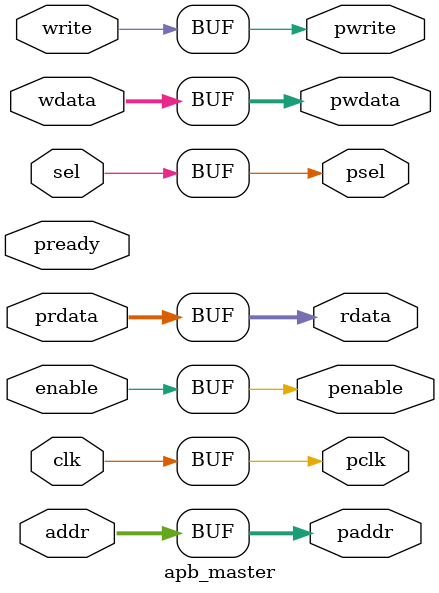
<source format=sv>
`timescale 1ns / 1ps


module apb_master(clk, addr, enable, sel, wdata, write, rdata, pclk, paddr, penable, psel, pwdata, prdata, pwrite, pready);

input clk;
input [7:0] addr;
input enable;
input sel;
input [8:0] wdata;
output [8:0] rdata;

input write;
//apb master signals
output pclk;
output [7:0] paddr;
output penable;
output psel;
output [8:0] pwdata;
input pready;
output pwrite;
input [8:0] prdata;

assign paddr = addr;
assign pclk = clk;
assign penable = enable;
assign psel = sel;
assign pwdata = wdata;

assign pwrite = write;
assign rdata = prdata;

endmodule

</source>
